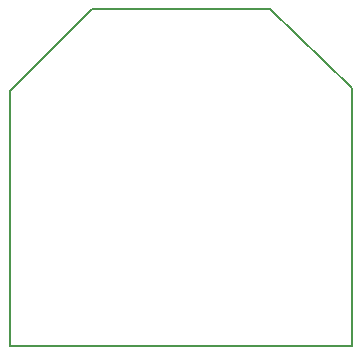
<source format=gbr>
%TF.GenerationSoftware,KiCad,Pcbnew,8.0.6*%
%TF.CreationDate,2024-12-04T14:06:11-08:00*%
%TF.ProjectId,micromppt,6d696372-6f6d-4707-9074-2e6b69636164,rev?*%
%TF.SameCoordinates,Original*%
%TF.FileFunction,Profile,NP*%
%FSLAX46Y46*%
G04 Gerber Fmt 4.6, Leading zero omitted, Abs format (unit mm)*
G04 Created by KiCad (PCBNEW 8.0.6) date 2024-12-04 14:06:11*
%MOMM*%
%LPD*%
G01*
G04 APERTURE LIST*
%TA.AperFunction,Profile*%
%ADD10C,0.200000*%
%TD*%
G04 APERTURE END LIST*
D10*
X94000000Y-67750000D02*
X94000000Y-45900000D01*
X65000000Y-46100000D02*
X65000000Y-67750000D01*
X65000000Y-46100000D02*
X72000000Y-39200000D01*
X94000000Y-45900000D02*
X87000000Y-39200000D01*
X87000000Y-39200000D02*
X72000000Y-39200000D01*
X65000000Y-67750000D02*
X94000000Y-67750000D01*
M02*

</source>
